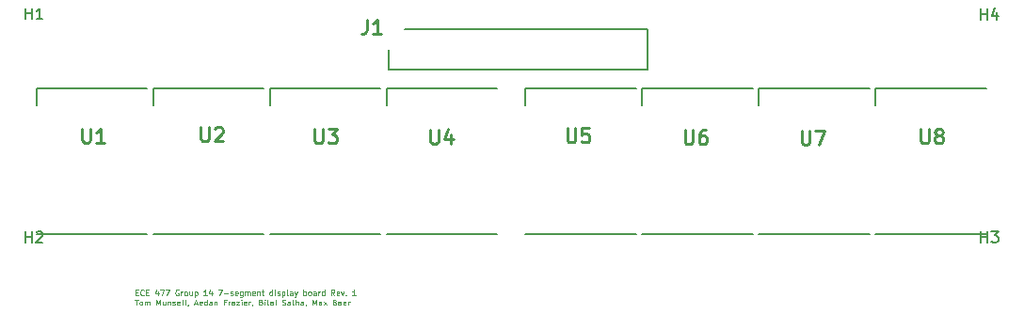
<source format=gbr>
G04 #@! TF.GenerationSoftware,KiCad,Pcbnew,(5.1.10)-1*
G04 #@! TF.CreationDate,2021-10-20T16:59:38-04:00*
G04 #@! TF.ProjectId,7seg,37736567-2e6b-4696-9361-645f70636258,rev?*
G04 #@! TF.SameCoordinates,Original*
G04 #@! TF.FileFunction,Legend,Top*
G04 #@! TF.FilePolarity,Positive*
%FSLAX46Y46*%
G04 Gerber Fmt 4.6, Leading zero omitted, Abs format (unit mm)*
G04 Created by KiCad (PCBNEW (5.1.10)-1) date 2021-10-20 16:59:38*
%MOMM*%
%LPD*%
G01*
G04 APERTURE LIST*
%ADD10C,0.125000*%
%ADD11C,0.200000*%
%ADD12C,0.150000*%
%ADD13C,0.254000*%
G04 APERTURE END LIST*
D10*
X82750297Y-91881185D02*
X82916964Y-91881185D01*
X82988392Y-92143090D02*
X82750297Y-92143090D01*
X82750297Y-91643090D01*
X82988392Y-91643090D01*
X83488392Y-92095471D02*
X83464583Y-92119280D01*
X83393154Y-92143090D01*
X83345535Y-92143090D01*
X83274107Y-92119280D01*
X83226488Y-92071661D01*
X83202678Y-92024042D01*
X83178869Y-91928804D01*
X83178869Y-91857376D01*
X83202678Y-91762138D01*
X83226488Y-91714519D01*
X83274107Y-91666900D01*
X83345535Y-91643090D01*
X83393154Y-91643090D01*
X83464583Y-91666900D01*
X83488392Y-91690709D01*
X83702678Y-91881185D02*
X83869345Y-91881185D01*
X83940773Y-92143090D02*
X83702678Y-92143090D01*
X83702678Y-91643090D01*
X83940773Y-91643090D01*
X84750297Y-91809757D02*
X84750297Y-92143090D01*
X84631250Y-91619280D02*
X84512202Y-91976423D01*
X84821726Y-91976423D01*
X84964583Y-91643090D02*
X85297916Y-91643090D01*
X85083630Y-92143090D01*
X85440773Y-91643090D02*
X85774107Y-91643090D01*
X85559821Y-92143090D01*
X86607440Y-91666900D02*
X86559821Y-91643090D01*
X86488392Y-91643090D01*
X86416964Y-91666900D01*
X86369345Y-91714519D01*
X86345535Y-91762138D01*
X86321726Y-91857376D01*
X86321726Y-91928804D01*
X86345535Y-92024042D01*
X86369345Y-92071661D01*
X86416964Y-92119280D01*
X86488392Y-92143090D01*
X86536011Y-92143090D01*
X86607440Y-92119280D01*
X86631250Y-92095471D01*
X86631250Y-91928804D01*
X86536011Y-91928804D01*
X86845535Y-92143090D02*
X86845535Y-91809757D01*
X86845535Y-91904995D02*
X86869345Y-91857376D01*
X86893154Y-91833566D01*
X86940773Y-91809757D01*
X86988392Y-91809757D01*
X87226488Y-92143090D02*
X87178869Y-92119280D01*
X87155059Y-92095471D01*
X87131250Y-92047852D01*
X87131250Y-91904995D01*
X87155059Y-91857376D01*
X87178869Y-91833566D01*
X87226488Y-91809757D01*
X87297916Y-91809757D01*
X87345535Y-91833566D01*
X87369345Y-91857376D01*
X87393154Y-91904995D01*
X87393154Y-92047852D01*
X87369345Y-92095471D01*
X87345535Y-92119280D01*
X87297916Y-92143090D01*
X87226488Y-92143090D01*
X87821726Y-91809757D02*
X87821726Y-92143090D01*
X87607440Y-91809757D02*
X87607440Y-92071661D01*
X87631250Y-92119280D01*
X87678869Y-92143090D01*
X87750297Y-92143090D01*
X87797916Y-92119280D01*
X87821726Y-92095471D01*
X88059821Y-91809757D02*
X88059821Y-92309757D01*
X88059821Y-91833566D02*
X88107440Y-91809757D01*
X88202678Y-91809757D01*
X88250297Y-91833566D01*
X88274107Y-91857376D01*
X88297916Y-91904995D01*
X88297916Y-92047852D01*
X88274107Y-92095471D01*
X88250297Y-92119280D01*
X88202678Y-92143090D01*
X88107440Y-92143090D01*
X88059821Y-92119280D01*
X89155059Y-92143090D02*
X88869345Y-92143090D01*
X89012202Y-92143090D02*
X89012202Y-91643090D01*
X88964583Y-91714519D01*
X88916964Y-91762138D01*
X88869345Y-91785947D01*
X89583630Y-91809757D02*
X89583630Y-92143090D01*
X89464583Y-91619280D02*
X89345535Y-91976423D01*
X89655059Y-91976423D01*
X90178869Y-91643090D02*
X90512202Y-91643090D01*
X90297916Y-92143090D01*
X90702678Y-91952614D02*
X91083630Y-91952614D01*
X91297916Y-92119280D02*
X91345535Y-92143090D01*
X91440773Y-92143090D01*
X91488392Y-92119280D01*
X91512202Y-92071661D01*
X91512202Y-92047852D01*
X91488392Y-92000233D01*
X91440773Y-91976423D01*
X91369345Y-91976423D01*
X91321726Y-91952614D01*
X91297916Y-91904995D01*
X91297916Y-91881185D01*
X91321726Y-91833566D01*
X91369345Y-91809757D01*
X91440773Y-91809757D01*
X91488392Y-91833566D01*
X91916964Y-92119280D02*
X91869345Y-92143090D01*
X91774107Y-92143090D01*
X91726488Y-92119280D01*
X91702678Y-92071661D01*
X91702678Y-91881185D01*
X91726488Y-91833566D01*
X91774107Y-91809757D01*
X91869345Y-91809757D01*
X91916964Y-91833566D01*
X91940773Y-91881185D01*
X91940773Y-91928804D01*
X91702678Y-91976423D01*
X92369345Y-91809757D02*
X92369345Y-92214519D01*
X92345535Y-92262138D01*
X92321726Y-92285947D01*
X92274107Y-92309757D01*
X92202678Y-92309757D01*
X92155059Y-92285947D01*
X92369345Y-92119280D02*
X92321726Y-92143090D01*
X92226488Y-92143090D01*
X92178869Y-92119280D01*
X92155059Y-92095471D01*
X92131250Y-92047852D01*
X92131250Y-91904995D01*
X92155059Y-91857376D01*
X92178869Y-91833566D01*
X92226488Y-91809757D01*
X92321726Y-91809757D01*
X92369345Y-91833566D01*
X92607440Y-92143090D02*
X92607440Y-91809757D01*
X92607440Y-91857376D02*
X92631250Y-91833566D01*
X92678869Y-91809757D01*
X92750297Y-91809757D01*
X92797916Y-91833566D01*
X92821726Y-91881185D01*
X92821726Y-92143090D01*
X92821726Y-91881185D02*
X92845535Y-91833566D01*
X92893154Y-91809757D01*
X92964583Y-91809757D01*
X93012202Y-91833566D01*
X93036011Y-91881185D01*
X93036011Y-92143090D01*
X93464583Y-92119280D02*
X93416964Y-92143090D01*
X93321726Y-92143090D01*
X93274107Y-92119280D01*
X93250297Y-92071661D01*
X93250297Y-91881185D01*
X93274107Y-91833566D01*
X93321726Y-91809757D01*
X93416964Y-91809757D01*
X93464583Y-91833566D01*
X93488392Y-91881185D01*
X93488392Y-91928804D01*
X93250297Y-91976423D01*
X93702678Y-91809757D02*
X93702678Y-92143090D01*
X93702678Y-91857376D02*
X93726488Y-91833566D01*
X93774107Y-91809757D01*
X93845535Y-91809757D01*
X93893154Y-91833566D01*
X93916964Y-91881185D01*
X93916964Y-92143090D01*
X94083630Y-91809757D02*
X94274107Y-91809757D01*
X94155059Y-91643090D02*
X94155059Y-92071661D01*
X94178869Y-92119280D01*
X94226488Y-92143090D01*
X94274107Y-92143090D01*
X95036011Y-92143090D02*
X95036011Y-91643090D01*
X95036011Y-92119280D02*
X94988392Y-92143090D01*
X94893154Y-92143090D01*
X94845535Y-92119280D01*
X94821726Y-92095471D01*
X94797916Y-92047852D01*
X94797916Y-91904995D01*
X94821726Y-91857376D01*
X94845535Y-91833566D01*
X94893154Y-91809757D01*
X94988392Y-91809757D01*
X95036011Y-91833566D01*
X95274107Y-92143090D02*
X95274107Y-91809757D01*
X95274107Y-91643090D02*
X95250297Y-91666900D01*
X95274107Y-91690709D01*
X95297916Y-91666900D01*
X95274107Y-91643090D01*
X95274107Y-91690709D01*
X95488392Y-92119280D02*
X95536011Y-92143090D01*
X95631250Y-92143090D01*
X95678869Y-92119280D01*
X95702678Y-92071661D01*
X95702678Y-92047852D01*
X95678869Y-92000233D01*
X95631250Y-91976423D01*
X95559821Y-91976423D01*
X95512202Y-91952614D01*
X95488392Y-91904995D01*
X95488392Y-91881185D01*
X95512202Y-91833566D01*
X95559821Y-91809757D01*
X95631250Y-91809757D01*
X95678869Y-91833566D01*
X95916964Y-91809757D02*
X95916964Y-92309757D01*
X95916964Y-91833566D02*
X95964583Y-91809757D01*
X96059821Y-91809757D01*
X96107440Y-91833566D01*
X96131250Y-91857376D01*
X96155059Y-91904995D01*
X96155059Y-92047852D01*
X96131250Y-92095471D01*
X96107440Y-92119280D01*
X96059821Y-92143090D01*
X95964583Y-92143090D01*
X95916964Y-92119280D01*
X96440773Y-92143090D02*
X96393154Y-92119280D01*
X96369345Y-92071661D01*
X96369345Y-91643090D01*
X96845535Y-92143090D02*
X96845535Y-91881185D01*
X96821726Y-91833566D01*
X96774107Y-91809757D01*
X96678869Y-91809757D01*
X96631250Y-91833566D01*
X96845535Y-92119280D02*
X96797916Y-92143090D01*
X96678869Y-92143090D01*
X96631250Y-92119280D01*
X96607440Y-92071661D01*
X96607440Y-92024042D01*
X96631250Y-91976423D01*
X96678869Y-91952614D01*
X96797916Y-91952614D01*
X96845535Y-91928804D01*
X97036011Y-91809757D02*
X97155059Y-92143090D01*
X97274107Y-91809757D02*
X97155059Y-92143090D01*
X97107440Y-92262138D01*
X97083630Y-92285947D01*
X97036011Y-92309757D01*
X97845535Y-92143090D02*
X97845535Y-91643090D01*
X97845535Y-91833566D02*
X97893154Y-91809757D01*
X97988392Y-91809757D01*
X98036011Y-91833566D01*
X98059821Y-91857376D01*
X98083630Y-91904995D01*
X98083630Y-92047852D01*
X98059821Y-92095471D01*
X98036011Y-92119280D01*
X97988392Y-92143090D01*
X97893154Y-92143090D01*
X97845535Y-92119280D01*
X98369345Y-92143090D02*
X98321726Y-92119280D01*
X98297916Y-92095471D01*
X98274107Y-92047852D01*
X98274107Y-91904995D01*
X98297916Y-91857376D01*
X98321726Y-91833566D01*
X98369345Y-91809757D01*
X98440773Y-91809757D01*
X98488392Y-91833566D01*
X98512202Y-91857376D01*
X98536011Y-91904995D01*
X98536011Y-92047852D01*
X98512202Y-92095471D01*
X98488392Y-92119280D01*
X98440773Y-92143090D01*
X98369345Y-92143090D01*
X98964583Y-92143090D02*
X98964583Y-91881185D01*
X98940773Y-91833566D01*
X98893154Y-91809757D01*
X98797916Y-91809757D01*
X98750297Y-91833566D01*
X98964583Y-92119280D02*
X98916964Y-92143090D01*
X98797916Y-92143090D01*
X98750297Y-92119280D01*
X98726488Y-92071661D01*
X98726488Y-92024042D01*
X98750297Y-91976423D01*
X98797916Y-91952614D01*
X98916964Y-91952614D01*
X98964583Y-91928804D01*
X99202678Y-92143090D02*
X99202678Y-91809757D01*
X99202678Y-91904995D02*
X99226488Y-91857376D01*
X99250297Y-91833566D01*
X99297916Y-91809757D01*
X99345535Y-91809757D01*
X99726488Y-92143090D02*
X99726488Y-91643090D01*
X99726488Y-92119280D02*
X99678869Y-92143090D01*
X99583630Y-92143090D01*
X99536011Y-92119280D01*
X99512202Y-92095471D01*
X99488392Y-92047852D01*
X99488392Y-91904995D01*
X99512202Y-91857376D01*
X99536011Y-91833566D01*
X99583630Y-91809757D01*
X99678869Y-91809757D01*
X99726488Y-91833566D01*
X100631249Y-92143090D02*
X100464583Y-91904995D01*
X100345535Y-92143090D02*
X100345535Y-91643090D01*
X100536011Y-91643090D01*
X100583630Y-91666900D01*
X100607440Y-91690709D01*
X100631249Y-91738328D01*
X100631249Y-91809757D01*
X100607440Y-91857376D01*
X100583630Y-91881185D01*
X100536011Y-91904995D01*
X100345535Y-91904995D01*
X101036011Y-92119280D02*
X100988392Y-92143090D01*
X100893154Y-92143090D01*
X100845535Y-92119280D01*
X100821726Y-92071661D01*
X100821726Y-91881185D01*
X100845535Y-91833566D01*
X100893154Y-91809757D01*
X100988392Y-91809757D01*
X101036011Y-91833566D01*
X101059821Y-91881185D01*
X101059821Y-91928804D01*
X100821726Y-91976423D01*
X101226488Y-91809757D02*
X101345535Y-92143090D01*
X101464583Y-91809757D01*
X101655059Y-92095471D02*
X101678869Y-92119280D01*
X101655059Y-92143090D01*
X101631250Y-92119280D01*
X101655059Y-92095471D01*
X101655059Y-92143090D01*
X102536011Y-92143090D02*
X102250297Y-92143090D01*
X102393154Y-92143090D02*
X102393154Y-91643090D01*
X102345535Y-91714519D01*
X102297916Y-91762138D01*
X102250297Y-91785947D01*
X82678869Y-92518090D02*
X82964583Y-92518090D01*
X82821726Y-93018090D02*
X82821726Y-92518090D01*
X83202678Y-93018090D02*
X83155059Y-92994280D01*
X83131250Y-92970471D01*
X83107440Y-92922852D01*
X83107440Y-92779995D01*
X83131250Y-92732376D01*
X83155059Y-92708566D01*
X83202678Y-92684757D01*
X83274107Y-92684757D01*
X83321726Y-92708566D01*
X83345535Y-92732376D01*
X83369345Y-92779995D01*
X83369345Y-92922852D01*
X83345535Y-92970471D01*
X83321726Y-92994280D01*
X83274107Y-93018090D01*
X83202678Y-93018090D01*
X83583630Y-93018090D02*
X83583630Y-92684757D01*
X83583630Y-92732376D02*
X83607440Y-92708566D01*
X83655059Y-92684757D01*
X83726488Y-92684757D01*
X83774107Y-92708566D01*
X83797916Y-92756185D01*
X83797916Y-93018090D01*
X83797916Y-92756185D02*
X83821726Y-92708566D01*
X83869345Y-92684757D01*
X83940773Y-92684757D01*
X83988392Y-92708566D01*
X84012202Y-92756185D01*
X84012202Y-93018090D01*
X84631250Y-93018090D02*
X84631250Y-92518090D01*
X84797916Y-92875233D01*
X84964583Y-92518090D01*
X84964583Y-93018090D01*
X85416964Y-92684757D02*
X85416964Y-93018090D01*
X85202678Y-92684757D02*
X85202678Y-92946661D01*
X85226488Y-92994280D01*
X85274107Y-93018090D01*
X85345535Y-93018090D01*
X85393154Y-92994280D01*
X85416964Y-92970471D01*
X85655059Y-92684757D02*
X85655059Y-93018090D01*
X85655059Y-92732376D02*
X85678869Y-92708566D01*
X85726488Y-92684757D01*
X85797916Y-92684757D01*
X85845535Y-92708566D01*
X85869345Y-92756185D01*
X85869345Y-93018090D01*
X86083630Y-92994280D02*
X86131250Y-93018090D01*
X86226488Y-93018090D01*
X86274107Y-92994280D01*
X86297916Y-92946661D01*
X86297916Y-92922852D01*
X86274107Y-92875233D01*
X86226488Y-92851423D01*
X86155059Y-92851423D01*
X86107440Y-92827614D01*
X86083630Y-92779995D01*
X86083630Y-92756185D01*
X86107440Y-92708566D01*
X86155059Y-92684757D01*
X86226488Y-92684757D01*
X86274107Y-92708566D01*
X86702678Y-92994280D02*
X86655059Y-93018090D01*
X86559821Y-93018090D01*
X86512202Y-92994280D01*
X86488392Y-92946661D01*
X86488392Y-92756185D01*
X86512202Y-92708566D01*
X86559821Y-92684757D01*
X86655059Y-92684757D01*
X86702678Y-92708566D01*
X86726488Y-92756185D01*
X86726488Y-92803804D01*
X86488392Y-92851423D01*
X87012202Y-93018090D02*
X86964583Y-92994280D01*
X86940773Y-92946661D01*
X86940773Y-92518090D01*
X87274107Y-93018090D02*
X87226488Y-92994280D01*
X87202678Y-92946661D01*
X87202678Y-92518090D01*
X87488392Y-92994280D02*
X87488392Y-93018090D01*
X87464583Y-93065709D01*
X87440773Y-93089519D01*
X88059821Y-92875233D02*
X88297916Y-92875233D01*
X88012202Y-93018090D02*
X88178869Y-92518090D01*
X88345535Y-93018090D01*
X88702678Y-92994280D02*
X88655059Y-93018090D01*
X88559821Y-93018090D01*
X88512202Y-92994280D01*
X88488392Y-92946661D01*
X88488392Y-92756185D01*
X88512202Y-92708566D01*
X88559821Y-92684757D01*
X88655059Y-92684757D01*
X88702678Y-92708566D01*
X88726488Y-92756185D01*
X88726488Y-92803804D01*
X88488392Y-92851423D01*
X89155059Y-93018090D02*
X89155059Y-92518090D01*
X89155059Y-92994280D02*
X89107440Y-93018090D01*
X89012202Y-93018090D01*
X88964583Y-92994280D01*
X88940773Y-92970471D01*
X88916964Y-92922852D01*
X88916964Y-92779995D01*
X88940773Y-92732376D01*
X88964583Y-92708566D01*
X89012202Y-92684757D01*
X89107440Y-92684757D01*
X89155059Y-92708566D01*
X89607440Y-93018090D02*
X89607440Y-92756185D01*
X89583630Y-92708566D01*
X89536011Y-92684757D01*
X89440773Y-92684757D01*
X89393154Y-92708566D01*
X89607440Y-92994280D02*
X89559821Y-93018090D01*
X89440773Y-93018090D01*
X89393154Y-92994280D01*
X89369345Y-92946661D01*
X89369345Y-92899042D01*
X89393154Y-92851423D01*
X89440773Y-92827614D01*
X89559821Y-92827614D01*
X89607440Y-92803804D01*
X89845535Y-92684757D02*
X89845535Y-93018090D01*
X89845535Y-92732376D02*
X89869345Y-92708566D01*
X89916964Y-92684757D01*
X89988392Y-92684757D01*
X90036011Y-92708566D01*
X90059821Y-92756185D01*
X90059821Y-93018090D01*
X90845535Y-92756185D02*
X90678869Y-92756185D01*
X90678869Y-93018090D02*
X90678869Y-92518090D01*
X90916964Y-92518090D01*
X91107440Y-93018090D02*
X91107440Y-92684757D01*
X91107440Y-92779995D02*
X91131250Y-92732376D01*
X91155059Y-92708566D01*
X91202678Y-92684757D01*
X91250297Y-92684757D01*
X91631250Y-93018090D02*
X91631250Y-92756185D01*
X91607440Y-92708566D01*
X91559821Y-92684757D01*
X91464583Y-92684757D01*
X91416964Y-92708566D01*
X91631250Y-92994280D02*
X91583630Y-93018090D01*
X91464583Y-93018090D01*
X91416964Y-92994280D01*
X91393154Y-92946661D01*
X91393154Y-92899042D01*
X91416964Y-92851423D01*
X91464583Y-92827614D01*
X91583630Y-92827614D01*
X91631250Y-92803804D01*
X91821726Y-92684757D02*
X92083630Y-92684757D01*
X91821726Y-93018090D01*
X92083630Y-93018090D01*
X92274107Y-93018090D02*
X92274107Y-92684757D01*
X92274107Y-92518090D02*
X92250297Y-92541900D01*
X92274107Y-92565709D01*
X92297916Y-92541900D01*
X92274107Y-92518090D01*
X92274107Y-92565709D01*
X92702678Y-92994280D02*
X92655059Y-93018090D01*
X92559821Y-93018090D01*
X92512202Y-92994280D01*
X92488392Y-92946661D01*
X92488392Y-92756185D01*
X92512202Y-92708566D01*
X92559821Y-92684757D01*
X92655059Y-92684757D01*
X92702678Y-92708566D01*
X92726488Y-92756185D01*
X92726488Y-92803804D01*
X92488392Y-92851423D01*
X92940773Y-93018090D02*
X92940773Y-92684757D01*
X92940773Y-92779995D02*
X92964583Y-92732376D01*
X92988392Y-92708566D01*
X93036011Y-92684757D01*
X93083630Y-92684757D01*
X93274107Y-92994280D02*
X93274107Y-93018090D01*
X93250297Y-93065709D01*
X93226488Y-93089519D01*
X94036011Y-92756185D02*
X94107440Y-92779995D01*
X94131250Y-92803804D01*
X94155059Y-92851423D01*
X94155059Y-92922852D01*
X94131250Y-92970471D01*
X94107440Y-92994280D01*
X94059821Y-93018090D01*
X93869345Y-93018090D01*
X93869345Y-92518090D01*
X94036011Y-92518090D01*
X94083630Y-92541900D01*
X94107440Y-92565709D01*
X94131250Y-92613328D01*
X94131250Y-92660947D01*
X94107440Y-92708566D01*
X94083630Y-92732376D01*
X94036011Y-92756185D01*
X93869345Y-92756185D01*
X94369345Y-93018090D02*
X94369345Y-92684757D01*
X94369345Y-92518090D02*
X94345535Y-92541900D01*
X94369345Y-92565709D01*
X94393154Y-92541900D01*
X94369345Y-92518090D01*
X94369345Y-92565709D01*
X94678869Y-93018090D02*
X94631250Y-92994280D01*
X94607440Y-92946661D01*
X94607440Y-92518090D01*
X95083630Y-93018090D02*
X95083630Y-92756185D01*
X95059821Y-92708566D01*
X95012202Y-92684757D01*
X94916964Y-92684757D01*
X94869345Y-92708566D01*
X95083630Y-92994280D02*
X95036011Y-93018090D01*
X94916964Y-93018090D01*
X94869345Y-92994280D01*
X94845535Y-92946661D01*
X94845535Y-92899042D01*
X94869345Y-92851423D01*
X94916964Y-92827614D01*
X95036011Y-92827614D01*
X95083630Y-92803804D01*
X95393154Y-93018090D02*
X95345535Y-92994280D01*
X95321726Y-92946661D01*
X95321726Y-92518090D01*
X95940773Y-92994280D02*
X96012202Y-93018090D01*
X96131250Y-93018090D01*
X96178869Y-92994280D01*
X96202678Y-92970471D01*
X96226488Y-92922852D01*
X96226488Y-92875233D01*
X96202678Y-92827614D01*
X96178869Y-92803804D01*
X96131250Y-92779995D01*
X96036011Y-92756185D01*
X95988392Y-92732376D01*
X95964583Y-92708566D01*
X95940773Y-92660947D01*
X95940773Y-92613328D01*
X95964583Y-92565709D01*
X95988392Y-92541900D01*
X96036011Y-92518090D01*
X96155059Y-92518090D01*
X96226488Y-92541900D01*
X96655059Y-93018090D02*
X96655059Y-92756185D01*
X96631250Y-92708566D01*
X96583630Y-92684757D01*
X96488392Y-92684757D01*
X96440773Y-92708566D01*
X96655059Y-92994280D02*
X96607440Y-93018090D01*
X96488392Y-93018090D01*
X96440773Y-92994280D01*
X96416964Y-92946661D01*
X96416964Y-92899042D01*
X96440773Y-92851423D01*
X96488392Y-92827614D01*
X96607440Y-92827614D01*
X96655059Y-92803804D01*
X96964583Y-93018090D02*
X96916964Y-92994280D01*
X96893154Y-92946661D01*
X96893154Y-92518090D01*
X97155059Y-93018090D02*
X97155059Y-92518090D01*
X97369345Y-93018090D02*
X97369345Y-92756185D01*
X97345535Y-92708566D01*
X97297916Y-92684757D01*
X97226488Y-92684757D01*
X97178869Y-92708566D01*
X97155059Y-92732376D01*
X97821726Y-93018090D02*
X97821726Y-92756185D01*
X97797916Y-92708566D01*
X97750297Y-92684757D01*
X97655059Y-92684757D01*
X97607440Y-92708566D01*
X97821726Y-92994280D02*
X97774107Y-93018090D01*
X97655059Y-93018090D01*
X97607440Y-92994280D01*
X97583630Y-92946661D01*
X97583630Y-92899042D01*
X97607440Y-92851423D01*
X97655059Y-92827614D01*
X97774107Y-92827614D01*
X97821726Y-92803804D01*
X98083630Y-92994280D02*
X98083630Y-93018090D01*
X98059821Y-93065709D01*
X98036011Y-93089519D01*
X98678869Y-93018090D02*
X98678869Y-92518090D01*
X98845535Y-92875233D01*
X99012202Y-92518090D01*
X99012202Y-93018090D01*
X99464583Y-93018090D02*
X99464583Y-92756185D01*
X99440773Y-92708566D01*
X99393154Y-92684757D01*
X99297916Y-92684757D01*
X99250297Y-92708566D01*
X99464583Y-92994280D02*
X99416964Y-93018090D01*
X99297916Y-93018090D01*
X99250297Y-92994280D01*
X99226488Y-92946661D01*
X99226488Y-92899042D01*
X99250297Y-92851423D01*
X99297916Y-92827614D01*
X99416964Y-92827614D01*
X99464583Y-92803804D01*
X99655059Y-93018090D02*
X99916964Y-92684757D01*
X99655059Y-92684757D02*
X99916964Y-93018090D01*
X100655059Y-92756185D02*
X100726488Y-92779995D01*
X100750297Y-92803804D01*
X100774107Y-92851423D01*
X100774107Y-92922852D01*
X100750297Y-92970471D01*
X100726488Y-92994280D01*
X100678869Y-93018090D01*
X100488392Y-93018090D01*
X100488392Y-92518090D01*
X100655059Y-92518090D01*
X100702678Y-92541900D01*
X100726488Y-92565709D01*
X100750297Y-92613328D01*
X100750297Y-92660947D01*
X100726488Y-92708566D01*
X100702678Y-92732376D01*
X100655059Y-92756185D01*
X100488392Y-92756185D01*
X101202678Y-93018090D02*
X101202678Y-92756185D01*
X101178869Y-92708566D01*
X101131249Y-92684757D01*
X101036011Y-92684757D01*
X100988392Y-92708566D01*
X101202678Y-92994280D02*
X101155059Y-93018090D01*
X101036011Y-93018090D01*
X100988392Y-92994280D01*
X100964583Y-92946661D01*
X100964583Y-92899042D01*
X100988392Y-92851423D01*
X101036011Y-92827614D01*
X101155059Y-92827614D01*
X101202678Y-92803804D01*
X101631249Y-92994280D02*
X101583630Y-93018090D01*
X101488392Y-93018090D01*
X101440773Y-92994280D01*
X101416964Y-92946661D01*
X101416964Y-92756185D01*
X101440773Y-92708566D01*
X101488392Y-92684757D01*
X101583630Y-92684757D01*
X101631249Y-92708566D01*
X101655059Y-92756185D01*
X101655059Y-92803804D01*
X101416964Y-92851423D01*
X101869345Y-93018090D02*
X101869345Y-92684757D01*
X101869345Y-92779995D02*
X101893154Y-92732376D01*
X101916964Y-92708566D01*
X101964583Y-92684757D01*
X102012202Y-92684757D01*
D11*
X128840000Y-68155000D02*
X107000000Y-68155000D01*
X128840000Y-71845000D02*
X128840000Y-68155000D01*
X105480000Y-71845000D02*
X128840000Y-71845000D01*
X105480000Y-70000000D02*
X105480000Y-71845000D01*
X73835000Y-73505000D02*
X73835000Y-75000000D01*
X83785000Y-73505000D02*
X73835000Y-73505000D01*
X73835000Y-86655000D02*
X83785000Y-86655000D01*
X149335000Y-73505000D02*
X149335000Y-75000000D01*
X159285000Y-73505000D02*
X149335000Y-73505000D01*
X149335000Y-86655000D02*
X159285000Y-86655000D01*
X138835000Y-73505000D02*
X138835000Y-75000000D01*
X148785000Y-73505000D02*
X138835000Y-73505000D01*
X138835000Y-86655000D02*
X148785000Y-86655000D01*
X128335000Y-73505000D02*
X128335000Y-75000000D01*
X138285000Y-73505000D02*
X128335000Y-73505000D01*
X128335000Y-86655000D02*
X138285000Y-86655000D01*
X117835000Y-73505000D02*
X117835000Y-75000000D01*
X127785000Y-73505000D02*
X117835000Y-73505000D01*
X117835000Y-86655000D02*
X127785000Y-86655000D01*
X105335000Y-73505000D02*
X105335000Y-75000000D01*
X115285000Y-73505000D02*
X105335000Y-73505000D01*
X105335000Y-86655000D02*
X115285000Y-86655000D01*
X94835000Y-73505000D02*
X94835000Y-75000000D01*
X104785000Y-73505000D02*
X94835000Y-73505000D01*
X94835000Y-86655000D02*
X104785000Y-86655000D01*
X84335000Y-73505000D02*
X84335000Y-75000000D01*
X94285000Y-73505000D02*
X84335000Y-73505000D01*
X84335000Y-86655000D02*
X94285000Y-86655000D01*
D12*
X158775495Y-67305580D02*
X158775495Y-66305580D01*
X158775495Y-66781771D02*
X159346923Y-66781771D01*
X159346923Y-67305580D02*
X159346923Y-66305580D01*
X160251685Y-66638914D02*
X160251685Y-67305580D01*
X160013590Y-66257961D02*
X159775495Y-66972247D01*
X160394542Y-66972247D01*
X158775495Y-87371580D02*
X158775495Y-86371580D01*
X158775495Y-86847771D02*
X159346923Y-86847771D01*
X159346923Y-87371580D02*
X159346923Y-86371580D01*
X159727876Y-86371580D02*
X160346923Y-86371580D01*
X160013590Y-86752533D01*
X160156447Y-86752533D01*
X160251685Y-86800152D01*
X160299304Y-86847771D01*
X160346923Y-86943009D01*
X160346923Y-87181104D01*
X160299304Y-87276342D01*
X160251685Y-87323961D01*
X160156447Y-87371580D01*
X159870733Y-87371580D01*
X159775495Y-87323961D01*
X159727876Y-87276342D01*
X72821895Y-87396980D02*
X72821895Y-86396980D01*
X72821895Y-86873171D02*
X73393323Y-86873171D01*
X73393323Y-87396980D02*
X73393323Y-86396980D01*
X73821895Y-86492219D02*
X73869514Y-86444600D01*
X73964752Y-86396980D01*
X74202847Y-86396980D01*
X74298085Y-86444600D01*
X74345704Y-86492219D01*
X74393323Y-86587457D01*
X74393323Y-86682695D01*
X74345704Y-86825552D01*
X73774276Y-87396980D01*
X74393323Y-87396980D01*
X72821895Y-67280180D02*
X72821895Y-66280180D01*
X72821895Y-66756371D02*
X73393323Y-66756371D01*
X73393323Y-67280180D02*
X73393323Y-66280180D01*
X74393323Y-67280180D02*
X73821895Y-67280180D01*
X74107609Y-67280180D02*
X74107609Y-66280180D01*
X74012371Y-66423038D01*
X73917133Y-66518276D01*
X73821895Y-66565895D01*
D13*
X103576666Y-67304523D02*
X103576666Y-68211666D01*
X103516190Y-68393095D01*
X103395238Y-68514047D01*
X103213809Y-68574523D01*
X103092857Y-68574523D01*
X104846666Y-68574523D02*
X104120952Y-68574523D01*
X104483809Y-68574523D02*
X104483809Y-67304523D01*
X104362857Y-67485952D01*
X104241904Y-67606904D01*
X104120952Y-67667380D01*
X77950180Y-77130123D02*
X77950180Y-78158219D01*
X78010657Y-78279171D01*
X78071133Y-78339647D01*
X78192085Y-78400123D01*
X78433990Y-78400123D01*
X78554942Y-78339647D01*
X78615419Y-78279171D01*
X78675895Y-78158219D01*
X78675895Y-77130123D01*
X79945895Y-78400123D02*
X79220180Y-78400123D01*
X79583038Y-78400123D02*
X79583038Y-77130123D01*
X79462085Y-77311552D01*
X79341133Y-77432504D01*
X79220180Y-77492980D01*
X153388180Y-77180923D02*
X153388180Y-78209019D01*
X153448657Y-78329971D01*
X153509133Y-78390447D01*
X153630085Y-78450923D01*
X153871990Y-78450923D01*
X153992942Y-78390447D01*
X154053419Y-78329971D01*
X154113895Y-78209019D01*
X154113895Y-77180923D01*
X154900085Y-77725209D02*
X154779133Y-77664733D01*
X154718657Y-77604257D01*
X154658180Y-77483304D01*
X154658180Y-77422828D01*
X154718657Y-77301876D01*
X154779133Y-77241400D01*
X154900085Y-77180923D01*
X155141990Y-77180923D01*
X155262942Y-77241400D01*
X155323419Y-77301876D01*
X155383895Y-77422828D01*
X155383895Y-77483304D01*
X155323419Y-77604257D01*
X155262942Y-77664733D01*
X155141990Y-77725209D01*
X154900085Y-77725209D01*
X154779133Y-77785685D01*
X154718657Y-77846161D01*
X154658180Y-77967114D01*
X154658180Y-78209019D01*
X154718657Y-78329971D01*
X154779133Y-78390447D01*
X154900085Y-78450923D01*
X155141990Y-78450923D01*
X155262942Y-78390447D01*
X155323419Y-78329971D01*
X155383895Y-78209019D01*
X155383895Y-77967114D01*
X155323419Y-77846161D01*
X155262942Y-77785685D01*
X155141990Y-77725209D01*
X142669380Y-77282523D02*
X142669380Y-78310619D01*
X142729857Y-78431571D01*
X142790333Y-78492047D01*
X142911285Y-78552523D01*
X143153190Y-78552523D01*
X143274142Y-78492047D01*
X143334619Y-78431571D01*
X143395095Y-78310619D01*
X143395095Y-77282523D01*
X143878904Y-77282523D02*
X144725571Y-77282523D01*
X144181285Y-78552523D01*
X132153780Y-77257123D02*
X132153780Y-78285219D01*
X132214257Y-78406171D01*
X132274733Y-78466647D01*
X132395685Y-78527123D01*
X132637590Y-78527123D01*
X132758542Y-78466647D01*
X132819019Y-78406171D01*
X132879495Y-78285219D01*
X132879495Y-77257123D01*
X134028542Y-77257123D02*
X133786638Y-77257123D01*
X133665685Y-77317600D01*
X133605209Y-77378076D01*
X133484257Y-77559504D01*
X133423780Y-77801409D01*
X133423780Y-78285219D01*
X133484257Y-78406171D01*
X133544733Y-78466647D01*
X133665685Y-78527123D01*
X133907590Y-78527123D01*
X134028542Y-78466647D01*
X134089019Y-78406171D01*
X134149495Y-78285219D01*
X134149495Y-77982838D01*
X134089019Y-77861885D01*
X134028542Y-77801409D01*
X133907590Y-77740933D01*
X133665685Y-77740933D01*
X133544733Y-77801409D01*
X133484257Y-77861885D01*
X133423780Y-77982838D01*
X121587380Y-77104723D02*
X121587380Y-78132819D01*
X121647857Y-78253771D01*
X121708333Y-78314247D01*
X121829285Y-78374723D01*
X122071190Y-78374723D01*
X122192142Y-78314247D01*
X122252619Y-78253771D01*
X122313095Y-78132819D01*
X122313095Y-77104723D01*
X123522619Y-77104723D02*
X122917857Y-77104723D01*
X122857380Y-77709485D01*
X122917857Y-77649009D01*
X123038809Y-77588533D01*
X123341190Y-77588533D01*
X123462142Y-77649009D01*
X123522619Y-77709485D01*
X123583095Y-77830438D01*
X123583095Y-78132819D01*
X123522619Y-78253771D01*
X123462142Y-78314247D01*
X123341190Y-78374723D01*
X123038809Y-78374723D01*
X122917857Y-78314247D01*
X122857380Y-78253771D01*
X109268380Y-77231723D02*
X109268380Y-78259819D01*
X109328857Y-78380771D01*
X109389333Y-78441247D01*
X109510285Y-78501723D01*
X109752190Y-78501723D01*
X109873142Y-78441247D01*
X109933619Y-78380771D01*
X109994095Y-78259819D01*
X109994095Y-77231723D01*
X111143142Y-77655057D02*
X111143142Y-78501723D01*
X110840761Y-77171247D02*
X110538380Y-78078390D01*
X111324571Y-78078390D01*
X98854380Y-77180923D02*
X98854380Y-78209019D01*
X98914857Y-78329971D01*
X98975333Y-78390447D01*
X99096285Y-78450923D01*
X99338190Y-78450923D01*
X99459142Y-78390447D01*
X99519619Y-78329971D01*
X99580095Y-78209019D01*
X99580095Y-77180923D01*
X100063904Y-77180923D02*
X100850095Y-77180923D01*
X100426761Y-77664733D01*
X100608190Y-77664733D01*
X100729142Y-77725209D01*
X100789619Y-77785685D01*
X100850095Y-77906638D01*
X100850095Y-78209019D01*
X100789619Y-78329971D01*
X100729142Y-78390447D01*
X100608190Y-78450923D01*
X100245333Y-78450923D01*
X100124380Y-78390447D01*
X100063904Y-78329971D01*
X88618180Y-77003123D02*
X88618180Y-78031219D01*
X88678657Y-78152171D01*
X88739133Y-78212647D01*
X88860085Y-78273123D01*
X89101990Y-78273123D01*
X89222942Y-78212647D01*
X89283419Y-78152171D01*
X89343895Y-78031219D01*
X89343895Y-77003123D01*
X89888180Y-77124076D02*
X89948657Y-77063600D01*
X90069609Y-77003123D01*
X90371990Y-77003123D01*
X90492942Y-77063600D01*
X90553419Y-77124076D01*
X90613895Y-77245028D01*
X90613895Y-77365980D01*
X90553419Y-77547409D01*
X89827704Y-78273123D01*
X90613895Y-78273123D01*
M02*

</source>
